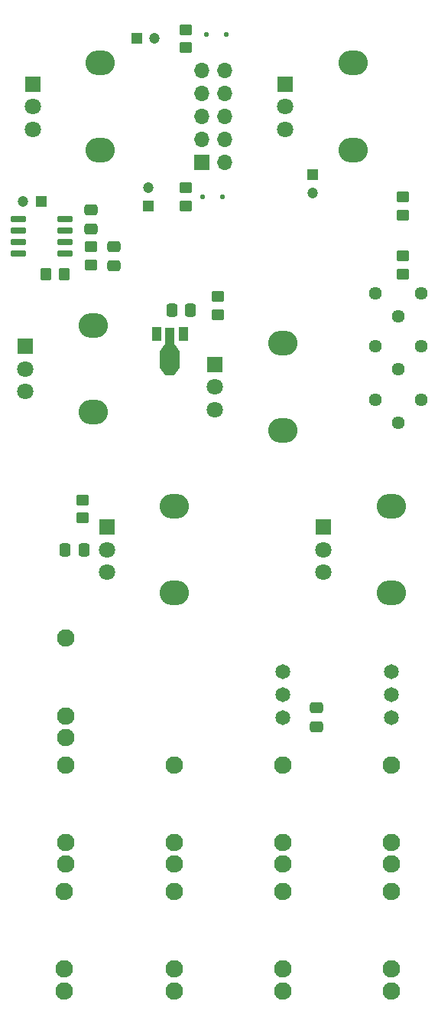
<source format=gbr>
%TF.GenerationSoftware,KiCad,Pcbnew,8.0.0*%
%TF.CreationDate,2024-05-14T21:41:44+02:00*%
%TF.ProjectId,VCO-3340,56434f2d-3333-4343-902e-6b696361645f,rev?*%
%TF.SameCoordinates,Original*%
%TF.FileFunction,Soldermask,Top*%
%TF.FilePolarity,Negative*%
%FSLAX46Y46*%
G04 Gerber Fmt 4.6, Leading zero omitted, Abs format (unit mm)*
G04 Created by KiCad (PCBNEW 8.0.0) date 2024-05-14 21:41:44*
%MOMM*%
%LPD*%
G01*
G04 APERTURE LIST*
G04 Aperture macros list*
%AMRoundRect*
0 Rectangle with rounded corners*
0 $1 Rounding radius*
0 $2 $3 $4 $5 $6 $7 $8 $9 X,Y pos of 4 corners*
0 Add a 4 corners polygon primitive as box body*
4,1,4,$2,$3,$4,$5,$6,$7,$8,$9,$2,$3,0*
0 Add four circle primitives for the rounded corners*
1,1,$1+$1,$2,$3*
1,1,$1+$1,$4,$5*
1,1,$1+$1,$6,$7*
1,1,$1+$1,$8,$9*
0 Add four rect primitives between the rounded corners*
20,1,$1+$1,$2,$3,$4,$5,0*
20,1,$1+$1,$4,$5,$6,$7,0*
20,1,$1+$1,$6,$7,$8,$9,0*
20,1,$1+$1,$8,$9,$2,$3,0*%
%AMOutline4P*
0 Free polygon, 4 corners , with rotation*
0 The origin of the aperture is its center*
0 number of corners: always 4*
0 $1 to $8 corner X, Y*
0 $9 Rotation angle, in degrees counterclockwise*
0 create outline with 4 corners*
4,1,4,$1,$2,$3,$4,$5,$6,$7,$8,$1,$2,$9*%
G04 Aperture macros list end*
%ADD10RoundRect,0.250000X-0.475000X0.337500X-0.475000X-0.337500X0.475000X-0.337500X0.475000X0.337500X0*%
%ADD11C,1.930400*%
%ADD12O,3.240000X2.720000*%
%ADD13R,1.800000X1.800000*%
%ADD14C,1.800000*%
%ADD15RoundRect,0.250000X-0.337500X-0.475000X0.337500X-0.475000X0.337500X0.475000X-0.337500X0.475000X0*%
%ADD16RoundRect,0.250000X-0.450000X0.350000X-0.450000X-0.350000X0.450000X-0.350000X0.450000X0.350000X0*%
%ADD17RoundRect,0.250000X0.475000X-0.337500X0.475000X0.337500X-0.475000X0.337500X-0.475000X-0.337500X0*%
%ADD18RoundRect,0.125000X0.125000X0.125000X-0.125000X0.125000X-0.125000X-0.125000X0.125000X-0.125000X0*%
%ADD19C,1.651000*%
%ADD20RoundRect,0.250000X0.350000X0.450000X-0.350000X0.450000X-0.350000X-0.450000X0.350000X-0.450000X0*%
%ADD21RoundRect,0.250000X0.450000X-0.350000X0.450000X0.350000X-0.450000X0.350000X-0.450000X-0.350000X0*%
%ADD22R,1.000000X1.500000*%
%ADD23R,1.000000X1.800000*%
%ADD24Outline4P,-1.100000X-0.500000X1.100000X-0.500000X0.400000X0.500000X-0.400000X0.500000X0.000000*%
%ADD25R,2.200000X1.840000*%
%ADD26Outline4P,-1.100000X-0.425000X1.100000X-0.425000X0.500000X0.425000X-0.500000X0.425000X180.000000*%
%ADD27RoundRect,0.125000X-0.125000X-0.125000X0.125000X-0.125000X0.125000X0.125000X-0.125000X0.125000X0*%
%ADD28RoundRect,0.150000X0.725000X0.150000X-0.725000X0.150000X-0.725000X-0.150000X0.725000X-0.150000X0*%
%ADD29R,1.200000X1.200000*%
%ADD30C,1.200000*%
%ADD31R,1.700000X1.700000*%
%ADD32O,1.700000X1.700000*%
%ADD33C,1.440000*%
G04 APERTURE END LIST*
D10*
%TO.C,C10*%
X30440600Y-55680700D03*
X30440600Y-57755700D03*
%TD*%
D11*
%TO.C,J9*%
X51647600Y-141984000D03*
X51647600Y-131011200D03*
X51647600Y-139571000D03*
%TD*%
D12*
%TO.C,RV8*%
X63647600Y-88418200D03*
X63647600Y-98018200D03*
D13*
X56147600Y-90718200D03*
D14*
X56147600Y-93218200D03*
X56147600Y-95718200D03*
%TD*%
D15*
%TO.C,C8*%
X27572600Y-93218200D03*
X29647600Y-93218200D03*
%TD*%
D12*
%TO.C,RV7*%
X39647600Y-88418200D03*
X39647600Y-98018200D03*
D13*
X32147600Y-90718200D03*
D14*
X32147600Y-93218200D03*
X32147600Y-95718200D03*
%TD*%
D12*
%TO.C,RV3*%
X51647600Y-70418200D03*
X51647600Y-80018200D03*
D13*
X44147600Y-72718200D03*
D14*
X44147600Y-75218200D03*
X44147600Y-77718200D03*
%TD*%
D16*
%TO.C,R25*%
X40940600Y-35718200D03*
X40940600Y-37718200D03*
%TD*%
D11*
%TO.C,J4*%
X39647600Y-127984000D03*
X39647600Y-117011200D03*
X39647600Y-125571000D03*
%TD*%
D17*
%TO.C,C11*%
X32940600Y-61793200D03*
X32940600Y-59718200D03*
%TD*%
D12*
%TO.C,RV9*%
X59440600Y-39418200D03*
X59440600Y-49018200D03*
D13*
X51940600Y-41718200D03*
D14*
X51940600Y-44218200D03*
X51940600Y-46718200D03*
%TD*%
D18*
%TO.C,D2*%
X45395600Y-36218200D03*
X43195600Y-36218200D03*
%TD*%
D12*
%TO.C,RV5*%
X30647600Y-68418200D03*
X30647600Y-78018200D03*
D13*
X23147600Y-70718200D03*
D14*
X23147600Y-73218200D03*
X23147600Y-75718200D03*
%TD*%
D19*
%TO.C,SW2*%
X51647600Y-106678200D03*
X51647600Y-109218200D03*
X51647600Y-111758200D03*
%TD*%
D15*
%TO.C,C13*%
X39365600Y-66718200D03*
X41440600Y-66718200D03*
%TD*%
D20*
%TO.C,R23*%
X27440600Y-62718200D03*
X25440600Y-62718200D03*
%TD*%
D21*
%TO.C,R22*%
X30440600Y-61718200D03*
X30440600Y-59718200D03*
%TD*%
D11*
%TO.C,J5*%
X51647600Y-127984000D03*
X51647600Y-117011200D03*
X51647600Y-125571000D03*
%TD*%
D16*
%TO.C,R19*%
X44440600Y-65218200D03*
X44440600Y-67218200D03*
%TD*%
D21*
%TO.C,R24*%
X40940600Y-55218200D03*
X40940600Y-53218200D03*
%TD*%
D17*
%TO.C,C9*%
X55403100Y-112755700D03*
X55403100Y-110680700D03*
%TD*%
D11*
%TO.C,J3*%
X63647600Y-127984000D03*
X63647600Y-117011200D03*
X63647600Y-125571000D03*
%TD*%
D16*
%TO.C,R7*%
X64940600Y-60718200D03*
X64940600Y-62718200D03*
%TD*%
D21*
%TO.C,R5*%
X64940600Y-56218200D03*
X64940600Y-54218200D03*
%TD*%
%TO.C,R15*%
X29440600Y-89718200D03*
X29440600Y-87718200D03*
%TD*%
D12*
%TO.C,RV2*%
X31440600Y-39418200D03*
X31440600Y-49018200D03*
D13*
X23940600Y-41718200D03*
D14*
X23940600Y-44218200D03*
X23940600Y-46718200D03*
%TD*%
D22*
%TO.C,U3*%
X40653600Y-69358200D03*
D23*
X39153600Y-69504700D03*
D24*
X39153600Y-70762000D03*
D25*
X39153600Y-72171700D03*
D26*
X39153600Y-73505200D03*
D22*
X37653600Y-69358200D03*
%TD*%
D11*
%TO.C,J8*%
X39647600Y-141984000D03*
X39647600Y-131011200D03*
X39647600Y-139571000D03*
%TD*%
D27*
%TO.C,D1*%
X42740600Y-54218200D03*
X44940600Y-54218200D03*
%TD*%
D11*
%TO.C,J2*%
X27647600Y-127984000D03*
X27647600Y-117011200D03*
X27647600Y-125571000D03*
%TD*%
D19*
%TO.C,SW1*%
X63647600Y-106678200D03*
X63647600Y-109218200D03*
X63647600Y-111758200D03*
%TD*%
D11*
%TO.C,J7*%
X27440600Y-141984000D03*
X27440600Y-131011200D03*
X27440600Y-139571000D03*
%TD*%
%TO.C,J10*%
X63647600Y-141984000D03*
X63647600Y-131011200D03*
X63647600Y-139571000D03*
%TD*%
%TO.C,J1*%
X27647600Y-113984000D03*
X27647600Y-103011200D03*
X27647600Y-111571000D03*
%TD*%
D28*
%TO.C,U2*%
X27515600Y-60493200D03*
X27515600Y-59223200D03*
X27515600Y-57953200D03*
X27515600Y-56683200D03*
X22365600Y-56683200D03*
X22365600Y-57953200D03*
X22365600Y-59223200D03*
X22365600Y-60493200D03*
%TD*%
D29*
%TO.C,C12*%
X24913200Y-54718200D03*
D30*
X22913200Y-54718200D03*
%TD*%
D31*
%TO.C,J6*%
X42700600Y-50378200D03*
D32*
X45240600Y-50378200D03*
X42700600Y-47838200D03*
X45240600Y-47838200D03*
X42700600Y-45298200D03*
X45240600Y-45298200D03*
X42700600Y-42758200D03*
X45240600Y-42758200D03*
X42700600Y-40218200D03*
X45240600Y-40218200D03*
%TD*%
D33*
%TO.C,RV4*%
X61900600Y-64878200D03*
X64440600Y-67418200D03*
X66980600Y-64878200D03*
%TD*%
D29*
%TO.C,C15*%
X35468000Y-36718200D03*
D30*
X37468000Y-36718200D03*
%TD*%
D33*
%TO.C,RV6*%
X61900600Y-70678200D03*
X64440600Y-73218200D03*
X66980600Y-70678200D03*
%TD*%
D29*
%TO.C,C6*%
X54940600Y-51745600D03*
D30*
X54940600Y-53745600D03*
%TD*%
D33*
%TO.C,RV10*%
X61900600Y-76678200D03*
X64440600Y-79218200D03*
X66980600Y-76678200D03*
%TD*%
D29*
%TO.C,C14*%
X36740600Y-55190800D03*
D30*
X36740600Y-53190800D03*
%TD*%
M02*

</source>
